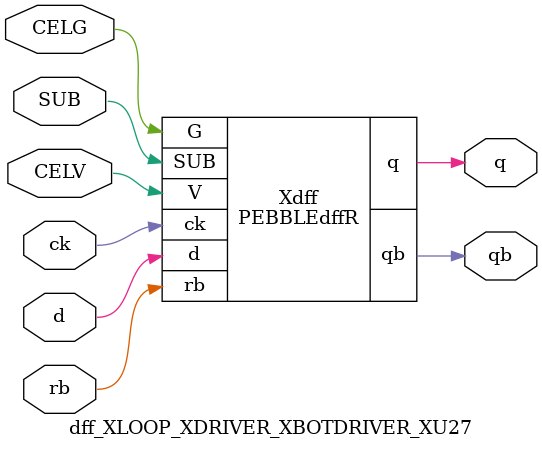
<source format=v>



module PEBBLEdffR ( q, qb, G, SUB, V, ck, d, rb );

  input V;
  output q;
  input rb;
  input d;
  input G;
  input ck;
  input SUB;
  output qb;
endmodule

//Celera Confidential Do Not Copy dff_XLOOP_XDRIVER_XBOTDRIVER_XU27
//Celera Confidential Symbol Generator
//DFF latch
module dff_XLOOP_XDRIVER_XBOTDRIVER_XU27 (CELV,CELG,d,rb,ck,q,qb,SUB );
input CELV;
input CELG;
input d;
input rb;
input ck;
input SUB;
output q;
output qb;

//Celera Confidential Do Not Copy dff
PEBBLEdffR Xdff(
.V (CELV),
.d (d),
.rb (rb),
.ck (ck),
.q (q),
.qb (qb),
.SUB (SUB),
.G (CELG)
);
//,diesize,PEBBLEdffR

//Celera Confidential Do Not Copy Module End
//Celera Schematic Generator
endmodule

</source>
